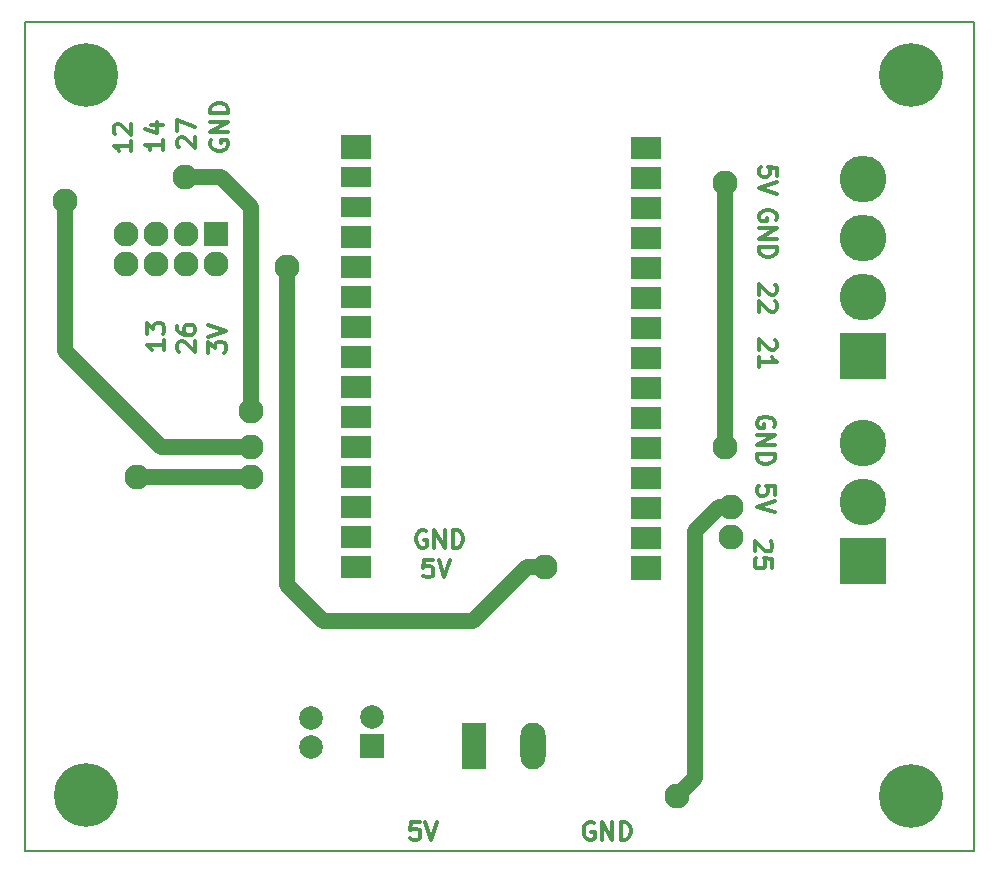
<source format=gbr>
%TF.GenerationSoftware,KiCad,Pcbnew,7.0.3*%
%TF.CreationDate,2023-06-10T16:48:24-05:00*%
%TF.ProjectId,ambient_measurement,616d6269-656e-4745-9f6d-656173757265,rev?*%
%TF.SameCoordinates,Original*%
%TF.FileFunction,Copper,L1,Top*%
%TF.FilePolarity,Positive*%
%FSLAX46Y46*%
G04 Gerber Fmt 4.6, Leading zero omitted, Abs format (unit mm)*
G04 Created by KiCad (PCBNEW 7.0.3) date 2023-06-10 16:48:24*
%MOMM*%
%LPD*%
G01*
G04 APERTURE LIST*
%TA.AperFunction,NonConductor*%
%ADD10C,0.200000*%
%TD*%
%ADD11C,0.300000*%
%TA.AperFunction,NonConductor*%
%ADD12C,0.300000*%
%TD*%
%TA.AperFunction,ComponentPad*%
%ADD13C,5.400000*%
%TD*%
%TA.AperFunction,ComponentPad*%
%ADD14R,2.125000X3.960000*%
%TD*%
%TA.AperFunction,ComponentPad*%
%ADD15O,2.125000X3.960000*%
%TD*%
%TA.AperFunction,ComponentPad*%
%ADD16C,2.125000*%
%TD*%
%TA.AperFunction,ComponentPad*%
%ADD17O,2.125000X2.125000*%
%TD*%
%TA.AperFunction,ComponentPad*%
%ADD18R,2.000000X2.000000*%
%TD*%
%TA.AperFunction,ComponentPad*%
%ADD19C,2.000000*%
%TD*%
%TA.AperFunction,ComponentPad*%
%ADD20R,3.960000X3.960000*%
%TD*%
%TA.AperFunction,ComponentPad*%
%ADD21C,3.960000*%
%TD*%
%TA.AperFunction,ComponentPad*%
%ADD22O,3.960000X3.960000*%
%TD*%
%TA.AperFunction,ComponentPad*%
%ADD23R,2.125000X2.125000*%
%TD*%
%TA.AperFunction,ComponentPad*%
%ADD24R,2.540000X2.000000*%
%TD*%
%TA.AperFunction,ComponentPad*%
%ADD25R,2.540000X1.950000*%
%TD*%
%TA.AperFunction,ComponentPad*%
%ADD26R,2.540000X2.100000*%
%TD*%
%TA.AperFunction,ComponentPad*%
%ADD27R,2.540000X1.740000*%
%TD*%
%TA.AperFunction,ViaPad*%
%ADD28C,2.125000*%
%TD*%
%TA.AperFunction,Conductor*%
%ADD29C,1.330000*%
%TD*%
G04 APERTURE END LIST*
D10*
X174900000Y-57456000D02*
X255232000Y-57456000D01*
X255232000Y-127660000D01*
X174900000Y-127660000D01*
X174900000Y-57456000D01*
D11*
D12*
X187941185Y-68093488D02*
X187869757Y-68022060D01*
X187869757Y-68022060D02*
X187798328Y-67879203D01*
X187798328Y-67879203D02*
X187798328Y-67522060D01*
X187798328Y-67522060D02*
X187869757Y-67379203D01*
X187869757Y-67379203D02*
X187941185Y-67307774D01*
X187941185Y-67307774D02*
X188084042Y-67236345D01*
X188084042Y-67236345D02*
X188226900Y-67236345D01*
X188226900Y-67236345D02*
X188441185Y-67307774D01*
X188441185Y-67307774D02*
X189298328Y-68164917D01*
X189298328Y-68164917D02*
X189298328Y-67236345D01*
X187798328Y-66736346D02*
X187798328Y-65736346D01*
X187798328Y-65736346D02*
X189298328Y-66379203D01*
D11*
D12*
X238369171Y-97498154D02*
X238369171Y-96783868D01*
X238369171Y-96783868D02*
X237654885Y-96712440D01*
X237654885Y-96712440D02*
X237726314Y-96783868D01*
X237726314Y-96783868D02*
X237797742Y-96926726D01*
X237797742Y-96926726D02*
X237797742Y-97283868D01*
X237797742Y-97283868D02*
X237726314Y-97426726D01*
X237726314Y-97426726D02*
X237654885Y-97498154D01*
X237654885Y-97498154D02*
X237512028Y-97569583D01*
X237512028Y-97569583D02*
X237154885Y-97569583D01*
X237154885Y-97569583D02*
X237012028Y-97498154D01*
X237012028Y-97498154D02*
X236940600Y-97426726D01*
X236940600Y-97426726D02*
X236869171Y-97283868D01*
X236869171Y-97283868D02*
X236869171Y-96926726D01*
X236869171Y-96926726D02*
X236940600Y-96783868D01*
X236940600Y-96783868D02*
X237012028Y-96712440D01*
X238369171Y-97998154D02*
X236869171Y-98498154D01*
X236869171Y-98498154D02*
X238369171Y-98998154D01*
D11*
D12*
X186598328Y-67436345D02*
X186598328Y-68293488D01*
X186598328Y-67864917D02*
X185098328Y-67864917D01*
X185098328Y-67864917D02*
X185312614Y-68007774D01*
X185312614Y-68007774D02*
X185455471Y-68150631D01*
X185455471Y-68150631D02*
X185526900Y-68293488D01*
X185598328Y-66150632D02*
X186598328Y-66150632D01*
X185026900Y-66507774D02*
X186098328Y-66864917D01*
X186098328Y-66864917D02*
X186098328Y-65936346D01*
D11*
D12*
X223054511Y-125273757D02*
X222911654Y-125202328D01*
X222911654Y-125202328D02*
X222697368Y-125202328D01*
X222697368Y-125202328D02*
X222483082Y-125273757D01*
X222483082Y-125273757D02*
X222340225Y-125416614D01*
X222340225Y-125416614D02*
X222268796Y-125559471D01*
X222268796Y-125559471D02*
X222197368Y-125845185D01*
X222197368Y-125845185D02*
X222197368Y-126059471D01*
X222197368Y-126059471D02*
X222268796Y-126345185D01*
X222268796Y-126345185D02*
X222340225Y-126488042D01*
X222340225Y-126488042D02*
X222483082Y-126630900D01*
X222483082Y-126630900D02*
X222697368Y-126702328D01*
X222697368Y-126702328D02*
X222840225Y-126702328D01*
X222840225Y-126702328D02*
X223054511Y-126630900D01*
X223054511Y-126630900D02*
X223125939Y-126559471D01*
X223125939Y-126559471D02*
X223125939Y-126059471D01*
X223125939Y-126059471D02*
X222840225Y-126059471D01*
X223768796Y-126702328D02*
X223768796Y-125202328D01*
X223768796Y-125202328D02*
X224625939Y-126702328D01*
X224625939Y-126702328D02*
X224625939Y-125202328D01*
X225340225Y-126702328D02*
X225340225Y-125202328D01*
X225340225Y-125202328D02*
X225697368Y-125202328D01*
X225697368Y-125202328D02*
X225911654Y-125273757D01*
X225911654Y-125273757D02*
X226054511Y-125416614D01*
X226054511Y-125416614D02*
X226125940Y-125559471D01*
X226125940Y-125559471D02*
X226197368Y-125845185D01*
X226197368Y-125845185D02*
X226197368Y-126059471D01*
X226197368Y-126059471D02*
X226125940Y-126345185D01*
X226125940Y-126345185D02*
X226054511Y-126488042D01*
X226054511Y-126488042D02*
X225911654Y-126630900D01*
X225911654Y-126630900D02*
X225697368Y-126702328D01*
X225697368Y-126702328D02*
X225340225Y-126702328D01*
D11*
D12*
X183898328Y-67536345D02*
X183898328Y-68393488D01*
X183898328Y-67964917D02*
X182398328Y-67964917D01*
X182398328Y-67964917D02*
X182612614Y-68107774D01*
X182612614Y-68107774D02*
X182755471Y-68250631D01*
X182755471Y-68250631D02*
X182826900Y-68393488D01*
X182541185Y-66964917D02*
X182469757Y-66893489D01*
X182469757Y-66893489D02*
X182398328Y-66750632D01*
X182398328Y-66750632D02*
X182398328Y-66393489D01*
X182398328Y-66393489D02*
X182469757Y-66250632D01*
X182469757Y-66250632D02*
X182541185Y-66179203D01*
X182541185Y-66179203D02*
X182684042Y-66107774D01*
X182684042Y-66107774D02*
X182826900Y-66107774D01*
X182826900Y-66107774D02*
X183041185Y-66179203D01*
X183041185Y-66179203D02*
X183898328Y-67036346D01*
X183898328Y-67036346D02*
X183898328Y-66107774D01*
D11*
D12*
X238494242Y-74238511D02*
X238565671Y-74095654D01*
X238565671Y-74095654D02*
X238565671Y-73881368D01*
X238565671Y-73881368D02*
X238494242Y-73667082D01*
X238494242Y-73667082D02*
X238351385Y-73524225D01*
X238351385Y-73524225D02*
X238208528Y-73452796D01*
X238208528Y-73452796D02*
X237922814Y-73381368D01*
X237922814Y-73381368D02*
X237708528Y-73381368D01*
X237708528Y-73381368D02*
X237422814Y-73452796D01*
X237422814Y-73452796D02*
X237279957Y-73524225D01*
X237279957Y-73524225D02*
X237137100Y-73667082D01*
X237137100Y-73667082D02*
X237065671Y-73881368D01*
X237065671Y-73881368D02*
X237065671Y-74024225D01*
X237065671Y-74024225D02*
X237137100Y-74238511D01*
X237137100Y-74238511D02*
X237208528Y-74309939D01*
X237208528Y-74309939D02*
X237708528Y-74309939D01*
X237708528Y-74309939D02*
X237708528Y-74024225D01*
X237065671Y-74952796D02*
X238565671Y-74952796D01*
X238565671Y-74952796D02*
X237065671Y-75809939D01*
X237065671Y-75809939D02*
X238565671Y-75809939D01*
X237065671Y-76524225D02*
X238565671Y-76524225D01*
X238565671Y-76524225D02*
X238565671Y-76881368D01*
X238565671Y-76881368D02*
X238494242Y-77095654D01*
X238494242Y-77095654D02*
X238351385Y-77238511D01*
X238351385Y-77238511D02*
X238208528Y-77309940D01*
X238208528Y-77309940D02*
X237922814Y-77381368D01*
X237922814Y-77381368D02*
X237708528Y-77381368D01*
X237708528Y-77381368D02*
X237422814Y-77309940D01*
X237422814Y-77309940D02*
X237279957Y-77238511D01*
X237279957Y-77238511D02*
X237137100Y-77095654D01*
X237137100Y-77095654D02*
X237065671Y-76881368D01*
X237065671Y-76881368D02*
X237065671Y-76524225D01*
D11*
D12*
X238026314Y-101441011D02*
X238097742Y-101512439D01*
X238097742Y-101512439D02*
X238169171Y-101655297D01*
X238169171Y-101655297D02*
X238169171Y-102012439D01*
X238169171Y-102012439D02*
X238097742Y-102155297D01*
X238097742Y-102155297D02*
X238026314Y-102226725D01*
X238026314Y-102226725D02*
X237883457Y-102298154D01*
X237883457Y-102298154D02*
X237740600Y-102298154D01*
X237740600Y-102298154D02*
X237526314Y-102226725D01*
X237526314Y-102226725D02*
X236669171Y-101369582D01*
X236669171Y-101369582D02*
X236669171Y-102298154D01*
X238169171Y-103655296D02*
X238169171Y-102941010D01*
X238169171Y-102941010D02*
X237454885Y-102869582D01*
X237454885Y-102869582D02*
X237526314Y-102941010D01*
X237526314Y-102941010D02*
X237597742Y-103083868D01*
X237597742Y-103083868D02*
X237597742Y-103441010D01*
X237597742Y-103441010D02*
X237526314Y-103583868D01*
X237526314Y-103583868D02*
X237454885Y-103655296D01*
X237454885Y-103655296D02*
X237312028Y-103726725D01*
X237312028Y-103726725D02*
X236954885Y-103726725D01*
X236954885Y-103726725D02*
X236812028Y-103655296D01*
X236812028Y-103655296D02*
X236740600Y-103583868D01*
X236740600Y-103583868D02*
X236669171Y-103441010D01*
X236669171Y-103441010D02*
X236669171Y-103083868D01*
X236669171Y-103083868D02*
X236740600Y-102941010D01*
X236740600Y-102941010D02*
X236812028Y-102869582D01*
D11*
D12*
X238297742Y-91741011D02*
X238369171Y-91598154D01*
X238369171Y-91598154D02*
X238369171Y-91383868D01*
X238369171Y-91383868D02*
X238297742Y-91169582D01*
X238297742Y-91169582D02*
X238154885Y-91026725D01*
X238154885Y-91026725D02*
X238012028Y-90955296D01*
X238012028Y-90955296D02*
X237726314Y-90883868D01*
X237726314Y-90883868D02*
X237512028Y-90883868D01*
X237512028Y-90883868D02*
X237226314Y-90955296D01*
X237226314Y-90955296D02*
X237083457Y-91026725D01*
X237083457Y-91026725D02*
X236940600Y-91169582D01*
X236940600Y-91169582D02*
X236869171Y-91383868D01*
X236869171Y-91383868D02*
X236869171Y-91526725D01*
X236869171Y-91526725D02*
X236940600Y-91741011D01*
X236940600Y-91741011D02*
X237012028Y-91812439D01*
X237012028Y-91812439D02*
X237512028Y-91812439D01*
X237512028Y-91812439D02*
X237512028Y-91526725D01*
X236869171Y-92455296D02*
X238369171Y-92455296D01*
X238369171Y-92455296D02*
X236869171Y-93312439D01*
X236869171Y-93312439D02*
X238369171Y-93312439D01*
X236869171Y-94026725D02*
X238369171Y-94026725D01*
X238369171Y-94026725D02*
X238369171Y-94383868D01*
X238369171Y-94383868D02*
X238297742Y-94598154D01*
X238297742Y-94598154D02*
X238154885Y-94741011D01*
X238154885Y-94741011D02*
X238012028Y-94812440D01*
X238012028Y-94812440D02*
X237726314Y-94883868D01*
X237726314Y-94883868D02*
X237512028Y-94883868D01*
X237512028Y-94883868D02*
X237226314Y-94812440D01*
X237226314Y-94812440D02*
X237083457Y-94741011D01*
X237083457Y-94741011D02*
X236940600Y-94598154D01*
X236940600Y-94598154D02*
X236869171Y-94383868D01*
X236869171Y-94383868D02*
X236869171Y-94026725D01*
D11*
D12*
X208858511Y-100549757D02*
X208715654Y-100478328D01*
X208715654Y-100478328D02*
X208501368Y-100478328D01*
X208501368Y-100478328D02*
X208287082Y-100549757D01*
X208287082Y-100549757D02*
X208144225Y-100692614D01*
X208144225Y-100692614D02*
X208072796Y-100835471D01*
X208072796Y-100835471D02*
X208001368Y-101121185D01*
X208001368Y-101121185D02*
X208001368Y-101335471D01*
X208001368Y-101335471D02*
X208072796Y-101621185D01*
X208072796Y-101621185D02*
X208144225Y-101764042D01*
X208144225Y-101764042D02*
X208287082Y-101906900D01*
X208287082Y-101906900D02*
X208501368Y-101978328D01*
X208501368Y-101978328D02*
X208644225Y-101978328D01*
X208644225Y-101978328D02*
X208858511Y-101906900D01*
X208858511Y-101906900D02*
X208929939Y-101835471D01*
X208929939Y-101835471D02*
X208929939Y-101335471D01*
X208929939Y-101335471D02*
X208644225Y-101335471D01*
X209572796Y-101978328D02*
X209572796Y-100478328D01*
X209572796Y-100478328D02*
X210429939Y-101978328D01*
X210429939Y-101978328D02*
X210429939Y-100478328D01*
X211144225Y-101978328D02*
X211144225Y-100478328D01*
X211144225Y-100478328D02*
X211501368Y-100478328D01*
X211501368Y-100478328D02*
X211715654Y-100549757D01*
X211715654Y-100549757D02*
X211858511Y-100692614D01*
X211858511Y-100692614D02*
X211929940Y-100835471D01*
X211929940Y-100835471D02*
X212001368Y-101121185D01*
X212001368Y-101121185D02*
X212001368Y-101335471D01*
X212001368Y-101335471D02*
X211929940Y-101621185D01*
X211929940Y-101621185D02*
X211858511Y-101764042D01*
X211858511Y-101764042D02*
X211715654Y-101906900D01*
X211715654Y-101906900D02*
X211501368Y-101978328D01*
X211501368Y-101978328D02*
X211144225Y-101978328D01*
D11*
D12*
X186698328Y-84416345D02*
X186698328Y-85273488D01*
X186698328Y-84844917D02*
X185198328Y-84844917D01*
X185198328Y-84844917D02*
X185412614Y-84987774D01*
X185412614Y-84987774D02*
X185555471Y-85130631D01*
X185555471Y-85130631D02*
X185626900Y-85273488D01*
X185198328Y-83916346D02*
X185198328Y-82987774D01*
X185198328Y-82987774D02*
X185769757Y-83487774D01*
X185769757Y-83487774D02*
X185769757Y-83273489D01*
X185769757Y-83273489D02*
X185841185Y-83130632D01*
X185841185Y-83130632D02*
X185912614Y-83059203D01*
X185912614Y-83059203D02*
X186055471Y-82987774D01*
X186055471Y-82987774D02*
X186412614Y-82987774D01*
X186412614Y-82987774D02*
X186555471Y-83059203D01*
X186555471Y-83059203D02*
X186626900Y-83130632D01*
X186626900Y-83130632D02*
X186698328Y-83273489D01*
X186698328Y-83273489D02*
X186698328Y-83702060D01*
X186698328Y-83702060D02*
X186626900Y-83844917D01*
X186626900Y-83844917D02*
X186555471Y-83916346D01*
D11*
D12*
X187941185Y-85373488D02*
X187869757Y-85302060D01*
X187869757Y-85302060D02*
X187798328Y-85159203D01*
X187798328Y-85159203D02*
X187798328Y-84802060D01*
X187798328Y-84802060D02*
X187869757Y-84659203D01*
X187869757Y-84659203D02*
X187941185Y-84587774D01*
X187941185Y-84587774D02*
X188084042Y-84516345D01*
X188084042Y-84516345D02*
X188226900Y-84516345D01*
X188226900Y-84516345D02*
X188441185Y-84587774D01*
X188441185Y-84587774D02*
X189298328Y-85444917D01*
X189298328Y-85444917D02*
X189298328Y-84516345D01*
X187798328Y-83230632D02*
X187798328Y-83516346D01*
X187798328Y-83516346D02*
X187869757Y-83659203D01*
X187869757Y-83659203D02*
X187941185Y-83730632D01*
X187941185Y-83730632D02*
X188155471Y-83873489D01*
X188155471Y-83873489D02*
X188441185Y-83944917D01*
X188441185Y-83944917D02*
X189012614Y-83944917D01*
X189012614Y-83944917D02*
X189155471Y-83873489D01*
X189155471Y-83873489D02*
X189226900Y-83802060D01*
X189226900Y-83802060D02*
X189298328Y-83659203D01*
X189298328Y-83659203D02*
X189298328Y-83373489D01*
X189298328Y-83373489D02*
X189226900Y-83230632D01*
X189226900Y-83230632D02*
X189155471Y-83159203D01*
X189155471Y-83159203D02*
X189012614Y-83087774D01*
X189012614Y-83087774D02*
X188655471Y-83087774D01*
X188655471Y-83087774D02*
X188512614Y-83159203D01*
X188512614Y-83159203D02*
X188441185Y-83230632D01*
X188441185Y-83230632D02*
X188369757Y-83373489D01*
X188369757Y-83373489D02*
X188369757Y-83659203D01*
X188369757Y-83659203D02*
X188441185Y-83802060D01*
X188441185Y-83802060D02*
X188512614Y-83873489D01*
X188512614Y-83873489D02*
X188655471Y-83944917D01*
D11*
D12*
X190669757Y-67493488D02*
X190598328Y-67636346D01*
X190598328Y-67636346D02*
X190598328Y-67850631D01*
X190598328Y-67850631D02*
X190669757Y-68064917D01*
X190669757Y-68064917D02*
X190812614Y-68207774D01*
X190812614Y-68207774D02*
X190955471Y-68279203D01*
X190955471Y-68279203D02*
X191241185Y-68350631D01*
X191241185Y-68350631D02*
X191455471Y-68350631D01*
X191455471Y-68350631D02*
X191741185Y-68279203D01*
X191741185Y-68279203D02*
X191884042Y-68207774D01*
X191884042Y-68207774D02*
X192026900Y-68064917D01*
X192026900Y-68064917D02*
X192098328Y-67850631D01*
X192098328Y-67850631D02*
X192098328Y-67707774D01*
X192098328Y-67707774D02*
X192026900Y-67493488D01*
X192026900Y-67493488D02*
X191955471Y-67422060D01*
X191955471Y-67422060D02*
X191455471Y-67422060D01*
X191455471Y-67422060D02*
X191455471Y-67707774D01*
X192098328Y-66779203D02*
X190598328Y-66779203D01*
X190598328Y-66779203D02*
X192098328Y-65922060D01*
X192098328Y-65922060D02*
X190598328Y-65922060D01*
X192098328Y-65207774D02*
X190598328Y-65207774D01*
X190598328Y-65207774D02*
X190598328Y-64850631D01*
X190598328Y-64850631D02*
X190669757Y-64636345D01*
X190669757Y-64636345D02*
X190812614Y-64493488D01*
X190812614Y-64493488D02*
X190955471Y-64422059D01*
X190955471Y-64422059D02*
X191241185Y-64350631D01*
X191241185Y-64350631D02*
X191455471Y-64350631D01*
X191455471Y-64350631D02*
X191741185Y-64422059D01*
X191741185Y-64422059D02*
X191884042Y-64493488D01*
X191884042Y-64493488D02*
X192026900Y-64636345D01*
X192026900Y-64636345D02*
X192098328Y-64850631D01*
X192098328Y-64850631D02*
X192098328Y-65207774D01*
D11*
D12*
X238422814Y-79698511D02*
X238494242Y-79769939D01*
X238494242Y-79769939D02*
X238565671Y-79912797D01*
X238565671Y-79912797D02*
X238565671Y-80269939D01*
X238565671Y-80269939D02*
X238494242Y-80412797D01*
X238494242Y-80412797D02*
X238422814Y-80484225D01*
X238422814Y-80484225D02*
X238279957Y-80555654D01*
X238279957Y-80555654D02*
X238137100Y-80555654D01*
X238137100Y-80555654D02*
X237922814Y-80484225D01*
X237922814Y-80484225D02*
X237065671Y-79627082D01*
X237065671Y-79627082D02*
X237065671Y-80555654D01*
X238422814Y-81127082D02*
X238494242Y-81198510D01*
X238494242Y-81198510D02*
X238565671Y-81341368D01*
X238565671Y-81341368D02*
X238565671Y-81698510D01*
X238565671Y-81698510D02*
X238494242Y-81841368D01*
X238494242Y-81841368D02*
X238422814Y-81912796D01*
X238422814Y-81912796D02*
X238279957Y-81984225D01*
X238279957Y-81984225D02*
X238137100Y-81984225D01*
X238137100Y-81984225D02*
X237922814Y-81912796D01*
X237922814Y-81912796D02*
X237065671Y-81055653D01*
X237065671Y-81055653D02*
X237065671Y-81984225D01*
D11*
D12*
X190398328Y-85473488D02*
X190398328Y-84544916D01*
X190398328Y-84544916D02*
X190969757Y-85044916D01*
X190969757Y-85044916D02*
X190969757Y-84830631D01*
X190969757Y-84830631D02*
X191041185Y-84687774D01*
X191041185Y-84687774D02*
X191112614Y-84616345D01*
X191112614Y-84616345D02*
X191255471Y-84544916D01*
X191255471Y-84544916D02*
X191612614Y-84544916D01*
X191612614Y-84544916D02*
X191755471Y-84616345D01*
X191755471Y-84616345D02*
X191826900Y-84687774D01*
X191826900Y-84687774D02*
X191898328Y-84830631D01*
X191898328Y-84830631D02*
X191898328Y-85259202D01*
X191898328Y-85259202D02*
X191826900Y-85402059D01*
X191826900Y-85402059D02*
X191755471Y-85473488D01*
X190398328Y-84116345D02*
X191898328Y-83616345D01*
X191898328Y-83616345D02*
X190398328Y-83116345D01*
D11*
D12*
X208311654Y-125202328D02*
X207597368Y-125202328D01*
X207597368Y-125202328D02*
X207525940Y-125916614D01*
X207525940Y-125916614D02*
X207597368Y-125845185D01*
X207597368Y-125845185D02*
X207740226Y-125773757D01*
X207740226Y-125773757D02*
X208097368Y-125773757D01*
X208097368Y-125773757D02*
X208240226Y-125845185D01*
X208240226Y-125845185D02*
X208311654Y-125916614D01*
X208311654Y-125916614D02*
X208383083Y-126059471D01*
X208383083Y-126059471D02*
X208383083Y-126416614D01*
X208383083Y-126416614D02*
X208311654Y-126559471D01*
X208311654Y-126559471D02*
X208240226Y-126630900D01*
X208240226Y-126630900D02*
X208097368Y-126702328D01*
X208097368Y-126702328D02*
X207740226Y-126702328D01*
X207740226Y-126702328D02*
X207597368Y-126630900D01*
X207597368Y-126630900D02*
X207525940Y-126559471D01*
X208811654Y-125202328D02*
X209311654Y-126702328D01*
X209311654Y-126702328D02*
X209811654Y-125202328D01*
D11*
D12*
X238422814Y-84398511D02*
X238494242Y-84469939D01*
X238494242Y-84469939D02*
X238565671Y-84612797D01*
X238565671Y-84612797D02*
X238565671Y-84969939D01*
X238565671Y-84969939D02*
X238494242Y-85112797D01*
X238494242Y-85112797D02*
X238422814Y-85184225D01*
X238422814Y-85184225D02*
X238279957Y-85255654D01*
X238279957Y-85255654D02*
X238137100Y-85255654D01*
X238137100Y-85255654D02*
X237922814Y-85184225D01*
X237922814Y-85184225D02*
X237065671Y-84327082D01*
X237065671Y-84327082D02*
X237065671Y-85255654D01*
X237065671Y-86684225D02*
X237065671Y-85827082D01*
X237065671Y-86255653D02*
X238565671Y-86255653D01*
X238565671Y-86255653D02*
X238351385Y-86112796D01*
X238351385Y-86112796D02*
X238208528Y-85969939D01*
X238208528Y-85969939D02*
X238137100Y-85827082D01*
D11*
D12*
X209415654Y-102978328D02*
X208701368Y-102978328D01*
X208701368Y-102978328D02*
X208629940Y-103692614D01*
X208629940Y-103692614D02*
X208701368Y-103621185D01*
X208701368Y-103621185D02*
X208844226Y-103549757D01*
X208844226Y-103549757D02*
X209201368Y-103549757D01*
X209201368Y-103549757D02*
X209344226Y-103621185D01*
X209344226Y-103621185D02*
X209415654Y-103692614D01*
X209415654Y-103692614D02*
X209487083Y-103835471D01*
X209487083Y-103835471D02*
X209487083Y-104192614D01*
X209487083Y-104192614D02*
X209415654Y-104335471D01*
X209415654Y-104335471D02*
X209344226Y-104406900D01*
X209344226Y-104406900D02*
X209201368Y-104478328D01*
X209201368Y-104478328D02*
X208844226Y-104478328D01*
X208844226Y-104478328D02*
X208701368Y-104406900D01*
X208701368Y-104406900D02*
X208629940Y-104335471D01*
X209915654Y-102978328D02*
X210415654Y-104478328D01*
X210415654Y-104478328D02*
X210915654Y-102978328D01*
D11*
D12*
X238565671Y-70523654D02*
X238565671Y-69809368D01*
X238565671Y-69809368D02*
X237851385Y-69737940D01*
X237851385Y-69737940D02*
X237922814Y-69809368D01*
X237922814Y-69809368D02*
X237994242Y-69952226D01*
X237994242Y-69952226D02*
X237994242Y-70309368D01*
X237994242Y-70309368D02*
X237922814Y-70452226D01*
X237922814Y-70452226D02*
X237851385Y-70523654D01*
X237851385Y-70523654D02*
X237708528Y-70595083D01*
X237708528Y-70595083D02*
X237351385Y-70595083D01*
X237351385Y-70595083D02*
X237208528Y-70523654D01*
X237208528Y-70523654D02*
X237137100Y-70452226D01*
X237137100Y-70452226D02*
X237065671Y-70309368D01*
X237065671Y-70309368D02*
X237065671Y-69952226D01*
X237065671Y-69952226D02*
X237137100Y-69809368D01*
X237137100Y-69809368D02*
X237208528Y-69737940D01*
X238565671Y-71023654D02*
X237065671Y-71523654D01*
X237065671Y-71523654D02*
X238565671Y-72023654D01*
D13*
%TO.P,H2,1*%
%TO.N,N/C*%
X249936000Y-123036000D03*
%TD*%
D14*
%TO.P,5V1,1,Pin_1*%
%TO.N,5v*%
X212894888Y-118792000D03*
D15*
%TO.P,5V1,2,Pin_2*%
%TO.N,GND5V*%
X217894888Y-118792000D03*
%TD*%
D16*
%TO.P,R1,1*%
%TO.N,5v*%
X234696000Y-98552000D03*
D17*
%TO.P,R1,2*%
%TO.N,D25*%
X234696000Y-101092000D03*
%TD*%
D18*
%TO.P,C1,1*%
%TO.N,5v*%
X204296000Y-118785112D03*
D19*
%TO.P,C1,2*%
%TO.N,GND5V*%
X204296000Y-116285112D03*
%TD*%
D20*
%TO.P,J1,1,Pin_1*%
%TO.N,D25*%
X245872000Y-103124000D03*
D21*
%TO.P,J1,2,Pin_2*%
%TO.N,5v*%
X245872000Y-98124000D03*
%TO.P,J1,3,Pin_3*%
%TO.N,GND5V*%
X245872000Y-93124000D03*
%TD*%
D20*
%TO.P,J2,1,Pin_1*%
%TO.N,D21*%
X245872000Y-85772000D03*
D22*
%TO.P,J2,2,Pin_2*%
%TO.N,D22*%
X245872000Y-80772000D03*
%TO.P,J2,3,Pin_3*%
%TO.N,GND5V*%
X245872000Y-75772000D03*
%TO.P,J2,4,Pin_4*%
%TO.N,5v*%
X245872000Y-70772000D03*
%TD*%
D13*
%TO.P,H4,1*%
%TO.N,N/C*%
X249936000Y-61976000D03*
%TD*%
D23*
%TO.P,U1,1,GND*%
%TO.N,GND2*%
X191045000Y-75392000D03*
D16*
%TO.P,U1,2,VCC*%
%TO.N,3V3*%
X191045000Y-77932000D03*
%TO.P,U1,3,CE*%
%TO.N,D27*%
X188505000Y-75392000D03*
%TO.P,U1,4,~{CSN}*%
%TO.N,D26*%
X188505000Y-77932000D03*
%TO.P,U1,5,SCK*%
%TO.N,D14*%
X185965000Y-75392000D03*
%TO.P,U1,6,MOSI*%
%TO.N,D13*%
X185965000Y-77932000D03*
%TO.P,U1,7,MISO*%
%TO.N,D12*%
X183425000Y-75392000D03*
%TO.P,U1,8,IRQ*%
%TO.N,unconnected-(U1-IRQ-Pad8)*%
X183425000Y-77932000D03*
%TD*%
D19*
%TO.P,C2,1*%
%TO.N,5v*%
X199136000Y-118872000D03*
%TO.P,C2,2*%
%TO.N,GND5V*%
X199136000Y-116372000D03*
%TD*%
D24*
%TO.P,J_esp1,1,Pin_1*%
%TO.N,3V3*%
X227490500Y-103699000D03*
D25*
%TO.P,J_esp1,2,Pin_2*%
%TO.N,GND2*%
X227490500Y-101159000D03*
%TO.P,J_esp1,3,Pin_3*%
%TO.N,D15*%
X227490500Y-98619000D03*
%TO.P,J_esp1,4,Pin_4*%
%TO.N,D2*%
X227490500Y-96079000D03*
%TO.P,J_esp1,5,Pin_5*%
%TO.N,D4*%
X227490500Y-93539000D03*
%TO.P,J_esp1,6,Pin_6*%
%TO.N,RX2*%
X227490500Y-90999000D03*
%TO.P,J_esp1,7,Pin_7*%
%TO.N,TX2*%
X227490500Y-88459000D03*
%TO.P,J_esp1,8,Pin_8*%
%TO.N,D5*%
X227490500Y-85919000D03*
%TO.P,J_esp1,9,Pin_9*%
%TO.N,D18*%
X227490500Y-83379000D03*
%TO.P,J_esp1,10,Pin_10*%
%TO.N,D19*%
X227490500Y-80839000D03*
%TO.P,J_esp1,11,Pin_11*%
%TO.N,D21*%
X227490500Y-78299000D03*
%TO.P,J_esp1,12,Pin_12*%
%TO.N,RX0*%
X227490500Y-75759000D03*
%TO.P,J_esp1,13,Pin_13*%
%TO.N,TX0*%
X227490500Y-73219000D03*
%TO.P,J_esp1,14,Pin_14*%
%TO.N,D22*%
X227490500Y-70679000D03*
%TO.P,J_esp1,15,Pin_15*%
%TO.N,D23*%
X227490500Y-68139000D03*
%TD*%
D13*
%TO.P,H3,1*%
%TO.N,N/C*%
X180100000Y-122936000D03*
%TD*%
D26*
%TO.P,J_esp0,1,Pin_1*%
%TO.N,EN*%
X202950000Y-68060000D03*
D27*
%TO.P,J_esp0,2,Pin_2*%
%TO.N,VP*%
X202950000Y-70600000D03*
%TO.P,J_esp0,3,Pin_3*%
%TO.N,VN*%
X202950000Y-73140000D03*
D25*
%TO.P,J_esp0,4,Pin_4*%
%TO.N,D34*%
X202950000Y-75680000D03*
%TO.P,J_esp0,5,Pin_5*%
%TO.N,D35*%
X202950000Y-78220000D03*
%TO.P,J_esp0,6,Pin_6*%
%TO.N,D32*%
X202950000Y-80760000D03*
%TO.P,J_esp0,7,Pin_7*%
%TO.N,D33*%
X202950000Y-83300000D03*
%TO.P,J_esp0,8,Pin_8*%
%TO.N,D25*%
X202950000Y-85840000D03*
%TO.P,J_esp0,9,Pin_9*%
%TO.N,D26*%
X202950000Y-88380000D03*
%TO.P,J_esp0,10,Pin_10*%
%TO.N,D27*%
X202950000Y-90920000D03*
%TO.P,J_esp0,11,Pin_11*%
%TO.N,D14*%
X202950000Y-93460000D03*
%TO.P,J_esp0,12,Pin_12*%
%TO.N,D12*%
X202950000Y-96000000D03*
%TO.P,J_esp0,13,Pin_13*%
%TO.N,D13*%
X202950000Y-98540000D03*
%TO.P,J_esp0,14,Pin_14*%
%TO.N,GND5V*%
X202950000Y-101080000D03*
%TO.P,J_esp0,15,Pin_15*%
%TO.N,5v*%
X202950000Y-103620000D03*
%TD*%
D13*
%TO.P,H1,1*%
%TO.N,N/C*%
X180100000Y-61976000D03*
%TD*%
D28*
%TO.N,3V3*%
X218948000Y-103632000D03*
X197104000Y-78232000D03*
%TO.N,5v*%
X234188000Y-71120000D03*
X230124000Y-122976000D03*
X234188000Y-93472000D03*
%TO.N,D27*%
X188468000Y-70612000D03*
X194056000Y-90424000D03*
%TO.N,D14*%
X194056000Y-93472000D03*
X178308000Y-72644000D03*
%TO.N,D12*%
X184404000Y-96012000D03*
X194056000Y-96012000D03*
%TD*%
D29*
%TO.N,3V3*%
X218948000Y-103632000D02*
X217424000Y-103632000D01*
X200152000Y-108204000D02*
X197104000Y-105156000D01*
X217424000Y-103632000D02*
X212852000Y-108204000D01*
X212852000Y-108204000D02*
X200152000Y-108204000D01*
X197104000Y-105156000D02*
X197104000Y-78232000D01*
%TO.N,D12*%
X194056000Y-96012000D02*
X184404000Y-96012000D01*
%TO.N,D14*%
X194056000Y-93472000D02*
X186436000Y-93472000D01*
X178308000Y-85344000D02*
X178308000Y-72644000D01*
X186436000Y-93472000D02*
X178308000Y-85344000D01*
%TO.N,D27*%
X194056000Y-90424000D02*
X194056000Y-73152000D01*
X194056000Y-73152000D02*
X191516000Y-70612000D01*
X191516000Y-70612000D02*
X188468000Y-70612000D01*
%TO.N,5v*%
X233680000Y-98552000D02*
X234696000Y-98552000D01*
X234188000Y-71120000D02*
X234188000Y-93472000D01*
X231648000Y-100584000D02*
X233680000Y-98552000D01*
X231648000Y-121452000D02*
X230124000Y-122976000D01*
X231648000Y-100584000D02*
X231648000Y-121452000D01*
%TO.N,D12*%
X184416000Y-96000000D02*
X184404000Y-96012000D01*
%TD*%
M02*

</source>
